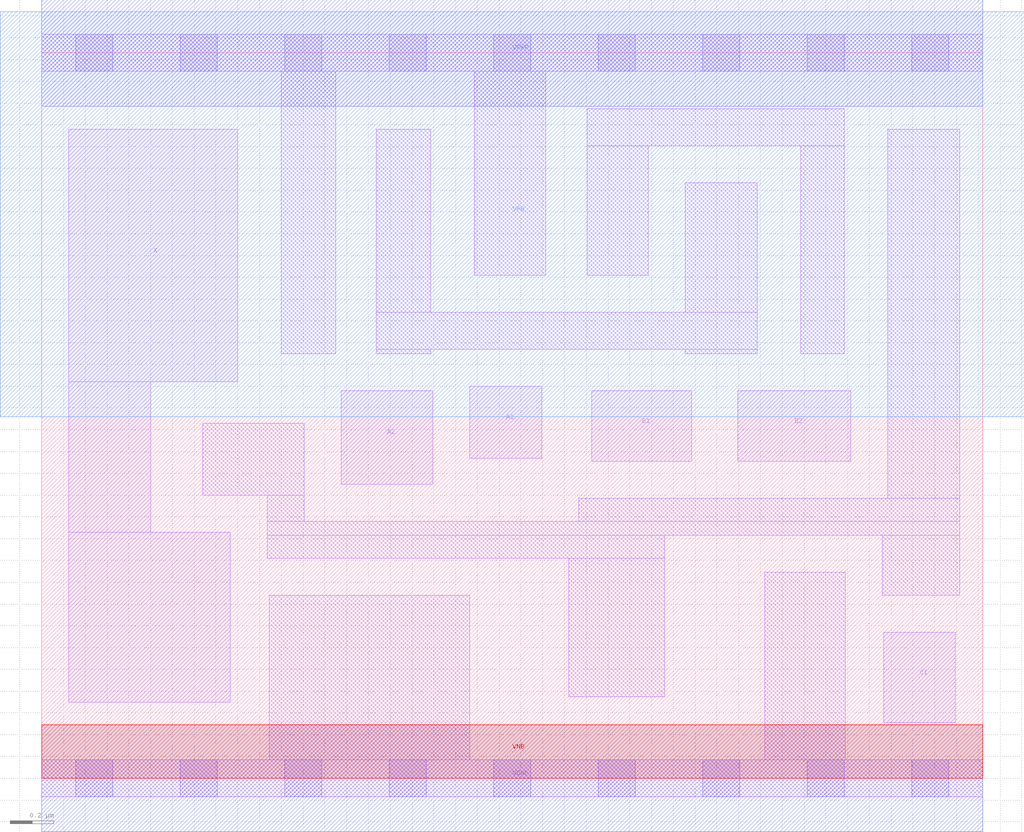
<source format=lef>
# Copyright 2020 The SkyWater PDK Authors
#
# Licensed under the Apache License, Version 2.0 (the "License");
# you may not use this file except in compliance with the License.
# You may obtain a copy of the License at
#
#     https://www.apache.org/licenses/LICENSE-2.0
#
# Unless required by applicable law or agreed to in writing, software
# distributed under the License is distributed on an "AS IS" BASIS,
# WITHOUT WARRANTIES OR CONDITIONS OF ANY KIND, either express or implied.
# See the License for the specific language governing permissions and
# limitations under the License.
#
# SPDX-License-Identifier: Apache-2.0

VERSION 5.7 ;
  NOWIREEXTENSIONATPIN ON ;
  DIVIDERCHAR "/" ;
  BUSBITCHARS "[]" ;
MACRO sky130_fd_sc_ls__a221o_1
  CLASS CORE ;
  FOREIGN sky130_fd_sc_ls__a221o_1 ;
  ORIGIN  0.000000  0.000000 ;
  SIZE  4.320000 BY  3.330000 ;
  SYMMETRY X Y ;
  SITE unit ;
  PIN A1
    ANTENNAGATEAREA  0.246000 ;
    DIRECTION INPUT ;
    USE SIGNAL ;
    PORT
      LAYER li1 ;
        RECT 1.965000 1.470000 2.295000 1.800000 ;
    END
  END A1
  PIN A2
    ANTENNAGATEAREA  0.246000 ;
    DIRECTION INPUT ;
    USE SIGNAL ;
    PORT
      LAYER li1 ;
        RECT 1.375000 1.350000 1.795000 1.780000 ;
    END
  END A2
  PIN B1
    ANTENNAGATEAREA  0.246000 ;
    DIRECTION INPUT ;
    USE SIGNAL ;
    PORT
      LAYER li1 ;
        RECT 2.525000 1.455000 2.985000 1.780000 ;
    END
  END B1
  PIN B2
    ANTENNAGATEAREA  0.246000 ;
    DIRECTION INPUT ;
    USE SIGNAL ;
    PORT
      LAYER li1 ;
        RECT 3.195000 1.455000 3.715000 1.780000 ;
    END
  END B2
  PIN C1
    ANTENNAGATEAREA  0.246000 ;
    DIRECTION INPUT ;
    USE SIGNAL ;
    PORT
      LAYER li1 ;
        RECT 3.865000 0.255000 4.195000 0.670000 ;
    END
  END C1
  PIN X
    ANTENNADIFFAREA  0.504100 ;
    DIRECTION OUTPUT ;
    USE SIGNAL ;
    PORT
      LAYER li1 ;
        RECT 0.125000 0.350000 0.865000 1.130000 ;
        RECT 0.125000 1.130000 0.500000 1.820000 ;
        RECT 0.125000 1.820000 0.900000 2.980000 ;
    END
  END X
  PIN VGND
    DIRECTION INOUT ;
    SHAPE ABUTMENT ;
    USE GROUND ;
    PORT
      LAYER met1 ;
        RECT 0.000000 -0.245000 4.320000 0.245000 ;
    END
  END VGND
  PIN VNB
    DIRECTION INOUT ;
    USE GROUND ;
    PORT
      LAYER pwell ;
        RECT 0.000000 0.000000 4.320000 0.245000 ;
    END
  END VNB
  PIN VPB
    DIRECTION INOUT ;
    USE POWER ;
    PORT
      LAYER nwell ;
        RECT -0.190000 1.660000 4.510000 3.520000 ;
    END
  END VPB
  PIN VPWR
    DIRECTION INOUT ;
    SHAPE ABUTMENT ;
    USE POWER ;
    PORT
      LAYER met1 ;
        RECT 0.000000 3.085000 4.320000 3.575000 ;
    END
  END VPWR
  OBS
    LAYER li1 ;
      RECT 0.000000 -0.085000 4.320000 0.085000 ;
      RECT 0.000000  3.245000 4.320000 3.415000 ;
      RECT 0.740000  1.300000 1.205000 1.630000 ;
      RECT 1.035000  1.010000 2.860000 1.115000 ;
      RECT 1.035000  1.115000 4.215000 1.180000 ;
      RECT 1.035000  1.180000 1.205000 1.300000 ;
      RECT 1.045000  0.085000 1.965000 0.840000 ;
      RECT 1.100000  1.950000 1.350000 3.245000 ;
      RECT 1.535000  1.950000 1.785000 1.970000 ;
      RECT 1.535000  1.970000 3.285000 2.140000 ;
      RECT 1.535000  2.140000 1.785000 2.980000 ;
      RECT 1.985000  2.310000 2.315000 3.245000 ;
      RECT 2.420000  0.375000 2.860000 1.010000 ;
      RECT 2.465000  1.180000 4.215000 1.285000 ;
      RECT 2.505000  2.310000 2.785000 2.905000 ;
      RECT 2.505000  2.905000 3.685000 3.075000 ;
      RECT 2.955000  1.950000 3.285000 1.970000 ;
      RECT 2.955000  2.140000 3.285000 2.735000 ;
      RECT 3.320000  0.085000 3.690000 0.945000 ;
      RECT 3.485000  1.950000 3.685000 2.905000 ;
      RECT 3.860000  0.840000 4.215000 1.115000 ;
      RECT 3.885000  1.285000 4.215000 2.980000 ;
    LAYER mcon ;
      RECT 0.155000 -0.085000 0.325000 0.085000 ;
      RECT 0.155000  3.245000 0.325000 3.415000 ;
      RECT 0.635000 -0.085000 0.805000 0.085000 ;
      RECT 0.635000  3.245000 0.805000 3.415000 ;
      RECT 1.115000 -0.085000 1.285000 0.085000 ;
      RECT 1.115000  3.245000 1.285000 3.415000 ;
      RECT 1.595000 -0.085000 1.765000 0.085000 ;
      RECT 1.595000  3.245000 1.765000 3.415000 ;
      RECT 2.075000 -0.085000 2.245000 0.085000 ;
      RECT 2.075000  3.245000 2.245000 3.415000 ;
      RECT 2.555000 -0.085000 2.725000 0.085000 ;
      RECT 2.555000  3.245000 2.725000 3.415000 ;
      RECT 3.035000 -0.085000 3.205000 0.085000 ;
      RECT 3.035000  3.245000 3.205000 3.415000 ;
      RECT 3.515000 -0.085000 3.685000 0.085000 ;
      RECT 3.515000  3.245000 3.685000 3.415000 ;
      RECT 3.995000 -0.085000 4.165000 0.085000 ;
      RECT 3.995000  3.245000 4.165000 3.415000 ;
  END
END sky130_fd_sc_ls__a221o_1
END LIBRARY

</source>
